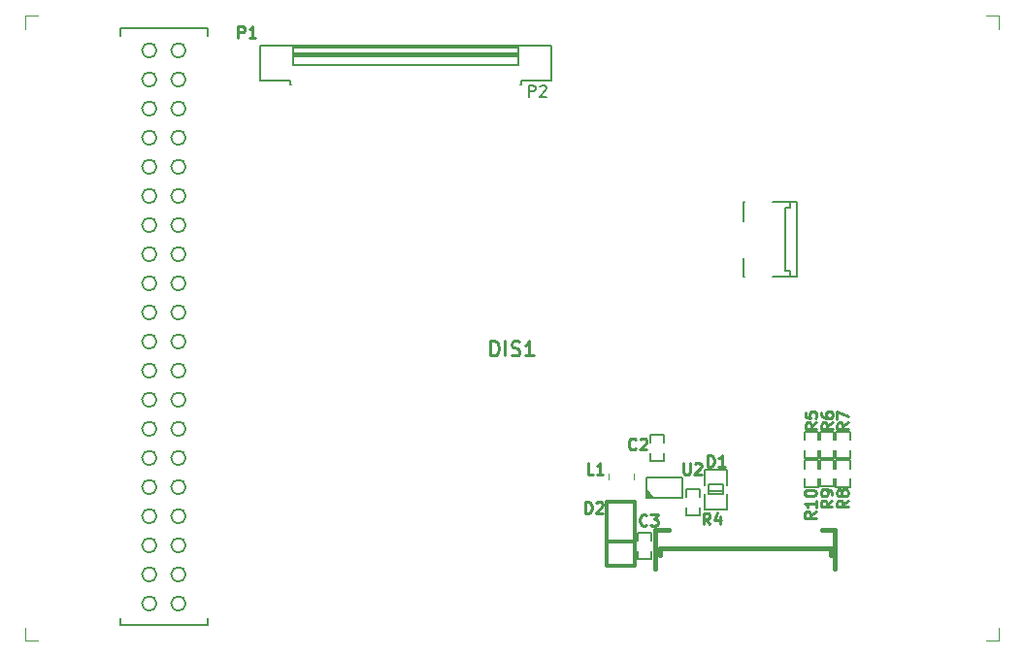
<source format=gbr>
%TF.GenerationSoftware,KiCad,Pcbnew,5.1.6-c6e7f7d~87~ubuntu20.04.1*%
%TF.CreationDate,2020-08-13T14:06:16+02:00*%
%TF.ProjectId,maithoga_lcd_board_480x320_R61529,6d616974-686f-4676-915f-6c63645f626f,V1.0*%
%TF.SameCoordinates,Original*%
%TF.FileFunction,Legend,Top*%
%TF.FilePolarity,Positive*%
%FSLAX46Y46*%
G04 Gerber Fmt 4.6, Leading zero omitted, Abs format (unit mm)*
G04 Created by KiCad (PCBNEW 5.1.6-c6e7f7d~87~ubuntu20.04.1) date 2020-08-13 14:06:16*
%MOMM*%
%LPD*%
G01*
G04 APERTURE LIST*
%ADD10C,0.381000*%
%ADD11C,0.120000*%
%ADD12C,0.150000*%
%ADD13C,0.127000*%
%ADD14C,0.305000*%
%ADD15C,0.254000*%
%ADD16C,0.250000*%
G04 APERTURE END LIST*
D10*
%TO.C,DIS1*%
X157905001Y-109010001D02*
X156755001Y-109010001D01*
X172045001Y-110609481D02*
X172045001Y-111230001D01*
X172045001Y-110609481D02*
X157165001Y-110609481D01*
X156755001Y-112419561D02*
X156755001Y-109009481D01*
X172455001Y-109009481D02*
X172455001Y-112419561D01*
X172455001Y-109009481D02*
X171305001Y-109008961D01*
X157165001Y-110609481D02*
X157165001Y-111230001D01*
D11*
X101790001Y-64160001D02*
X102940001Y-64160001D01*
X101790001Y-117510001D02*
X101790001Y-118660001D01*
X102940001Y-118660001D02*
X101790001Y-118660001D01*
X186740001Y-65310001D02*
X186740001Y-64160001D01*
X185590001Y-64160001D02*
X186740001Y-64160001D01*
X186740001Y-118660001D02*
X186740001Y-117510001D01*
X185590001Y-118660001D02*
X186740001Y-118660001D01*
X101790001Y-64160001D02*
X101790001Y-65310001D01*
D12*
X168540001Y-80915001D02*
X168090001Y-80915001D01*
X164565001Y-80415001D02*
X164480001Y-80415001D01*
X168540001Y-80415001D02*
X168540001Y-80915001D01*
X168540001Y-86415001D02*
X168090001Y-86415001D01*
X169140001Y-86915001D02*
X168540001Y-86915001D01*
X164480001Y-86915001D02*
X164480001Y-85265001D01*
X164480001Y-80415001D02*
X164480001Y-82065001D01*
X168540001Y-80415001D02*
X167005001Y-80415001D01*
X168540001Y-86915001D02*
X168540001Y-86415001D01*
X169140001Y-86915001D02*
X169140001Y-80415001D01*
X168540001Y-86915001D02*
X167025001Y-86915001D01*
X168090001Y-80915001D02*
X168090001Y-86415001D01*
X169140001Y-80415001D02*
X168540001Y-80415001D01*
X164565001Y-86915001D02*
X164480001Y-86915001D01*
D13*
%TO.C,D1*%
X163025360Y-107184660D02*
X161074640Y-107184660D01*
X161074640Y-107184660D02*
X161074640Y-105858780D01*
X163025360Y-107184660D02*
X163025360Y-105858780D01*
X163025360Y-103735340D02*
X163025360Y-105061220D01*
X161074640Y-103735340D02*
X161074640Y-105061220D01*
X163025360Y-103735340D02*
X161074640Y-103735340D01*
X162649440Y-105610800D02*
X161450560Y-105610800D01*
X162649440Y-105834320D02*
X162649440Y-105034220D01*
X162649440Y-105034220D02*
X161450560Y-105034220D01*
X161450560Y-105034220D02*
X161450560Y-105834320D01*
X161450560Y-105834320D02*
X162649440Y-105834320D01*
X162646900Y-105826700D02*
X161453100Y-105826700D01*
D12*
%TO.C,C2*%
X157505000Y-101415000D02*
X157505000Y-100715000D01*
X157505000Y-100715000D02*
X156305000Y-100715000D01*
X156305000Y-100715000D02*
X156305000Y-101415000D01*
X157505000Y-102315000D02*
X157505000Y-103015000D01*
X157505000Y-103015000D02*
X156305000Y-103015000D01*
X156305000Y-103015000D02*
X156305000Y-102315000D01*
%TO.C,C3*%
X155235000Y-110840000D02*
X155235000Y-111540000D01*
X155235000Y-111540000D02*
X156435000Y-111540000D01*
X156435000Y-111540000D02*
X156435000Y-110840000D01*
X155235000Y-109940000D02*
X155235000Y-109240000D01*
X155235000Y-109240000D02*
X156435000Y-109240000D01*
X156435000Y-109240000D02*
X156435000Y-109940000D01*
D14*
%TO.C,D2*%
X154955000Y-109990000D02*
X152655000Y-109990000D01*
X154955000Y-112155000D02*
X154955000Y-106555000D01*
X154955000Y-106555000D02*
X152555000Y-106555000D01*
X152555000Y-106555000D02*
X152555000Y-112155000D01*
X152555000Y-112155000D02*
X154955000Y-112155000D01*
D11*
%TO.C,L1*%
X152665000Y-104063748D02*
X152665000Y-104586252D01*
X154885000Y-104063748D02*
X154885000Y-104586252D01*
D12*
%TO.C,R4*%
X160620000Y-106130000D02*
X160620000Y-105430000D01*
X160620000Y-105430000D02*
X159420000Y-105430000D01*
X159420000Y-105430000D02*
X159420000Y-106130000D01*
X160620000Y-107030000D02*
X160620000Y-107730000D01*
X160620000Y-107730000D02*
X159420000Y-107730000D01*
X159420000Y-107730000D02*
X159420000Y-107030000D01*
%TO.C,U2*%
X156075000Y-105615000D02*
X156625000Y-106165000D01*
X156025000Y-105715000D02*
X156475000Y-106165000D01*
X156025000Y-105815000D02*
X156375000Y-106165000D01*
X156025000Y-105965000D02*
X156225000Y-106165000D01*
X159125000Y-104440000D02*
X156025000Y-104440000D01*
X156025000Y-104440000D02*
X156025000Y-106190000D01*
X156025000Y-106190000D02*
X159125000Y-106190000D01*
X159125000Y-106190000D02*
X159125000Y-104440000D01*
%TO.C,P2*%
X147380000Y-69760000D02*
X145080000Y-69760000D01*
X145080000Y-69760000D02*
X145080000Y-70160000D01*
X145080000Y-70160000D02*
X144980000Y-70160000D01*
X124980000Y-70160000D02*
X124880000Y-70160000D01*
X124880000Y-70160000D02*
X124880000Y-69760000D01*
X124880000Y-69760000D02*
X122580000Y-69760000D01*
X147680000Y-69760000D02*
X147680000Y-66960000D01*
X144780000Y-66960000D02*
X144780000Y-67660000D01*
X122280000Y-66960000D02*
X122280000Y-69760000D01*
X125180000Y-67660000D02*
X125180000Y-66960000D01*
X125180000Y-67660000D02*
X144780000Y-67660000D01*
X144780000Y-67660000D02*
X144780000Y-68460000D01*
X144780000Y-68460000D02*
X125180000Y-68460000D01*
X125180000Y-68460000D02*
X125180000Y-67660000D01*
X144780000Y-67560000D02*
X125180000Y-67560000D01*
X125180000Y-67460000D02*
X144780000Y-67460000D01*
X144780000Y-66910000D02*
X125180000Y-66910000D01*
X122580000Y-69760000D02*
X122280000Y-69760000D01*
X122280000Y-66960000D02*
X122280000Y-66810000D01*
X122280000Y-66810000D02*
X122280000Y-66760000D01*
X122280000Y-66760000D02*
X147680000Y-66760000D01*
X147680000Y-66760000D02*
X147680000Y-66960000D01*
X144780000Y-67060000D02*
X144780000Y-66760000D01*
X125180000Y-67010000D02*
X125180000Y-66810000D01*
X147680000Y-69760000D02*
X147380000Y-69760000D01*
%TO.C,P1*%
X115800000Y-72240000D02*
G75*
G03*
X115800000Y-72240000I-635000J0D01*
G01*
X115800000Y-74780000D02*
G75*
G03*
X115800000Y-74780000I-635000J0D01*
G01*
X115800000Y-77320000D02*
G75*
G03*
X115800000Y-77320000I-635000J0D01*
G01*
X115800000Y-79860000D02*
G75*
G03*
X115800000Y-79860000I-635000J0D01*
G01*
X115800000Y-67160000D02*
G75*
G03*
X115800000Y-67160000I-635000J0D01*
G01*
X115800000Y-69700000D02*
G75*
G03*
X115800000Y-69700000I-635000J0D01*
G01*
X115800000Y-115420000D02*
G75*
G03*
X115800000Y-115420000I-635000J0D01*
G01*
X115800000Y-112880000D02*
G75*
G03*
X115800000Y-112880000I-635000J0D01*
G01*
X115800000Y-110340000D02*
G75*
G03*
X115800000Y-110340000I-635000J0D01*
G01*
X115800000Y-97640000D02*
G75*
G03*
X115800000Y-97640000I-635000J0D01*
G01*
X115800000Y-95100000D02*
G75*
G03*
X115800000Y-95100000I-635000J0D01*
G01*
X115800000Y-107800000D02*
G75*
G03*
X115800000Y-107800000I-635000J0D01*
G01*
X115800000Y-105260000D02*
G75*
G03*
X115800000Y-105260000I-635000J0D01*
G01*
X115800000Y-102720000D02*
G75*
G03*
X115800000Y-102720000I-635000J0D01*
G01*
X115800000Y-100180000D02*
G75*
G03*
X115800000Y-100180000I-635000J0D01*
G01*
X115800000Y-82400000D02*
G75*
G03*
X115800000Y-82400000I-635000J0D01*
G01*
X115800000Y-84940000D02*
G75*
G03*
X115800000Y-84940000I-635000J0D01*
G01*
X115800000Y-87480000D02*
G75*
G03*
X115800000Y-87480000I-635000J0D01*
G01*
X115800000Y-92560000D02*
G75*
G03*
X115800000Y-92560000I-635000J0D01*
G01*
X115800000Y-90020000D02*
G75*
G03*
X115800000Y-90020000I-635000J0D01*
G01*
X113260000Y-115420000D02*
G75*
G03*
X113260000Y-115420000I-635000J0D01*
G01*
X113260000Y-112880000D02*
G75*
G03*
X113260000Y-112880000I-635000J0D01*
G01*
X113260000Y-110340000D02*
G75*
G03*
X113260000Y-110340000I-635000J0D01*
G01*
X113260000Y-107800000D02*
G75*
G03*
X113260000Y-107800000I-635000J0D01*
G01*
X113260000Y-105260000D02*
G75*
G03*
X113260000Y-105260000I-635000J0D01*
G01*
X113260000Y-102720000D02*
G75*
G03*
X113260000Y-102720000I-635000J0D01*
G01*
X113260000Y-100180000D02*
G75*
G03*
X113260000Y-100180000I-635000J0D01*
G01*
X113260000Y-97640000D02*
G75*
G03*
X113260000Y-97640000I-635000J0D01*
G01*
X113260000Y-95100000D02*
G75*
G03*
X113260000Y-95100000I-635000J0D01*
G01*
X113260000Y-92560000D02*
G75*
G03*
X113260000Y-92560000I-635000J0D01*
G01*
X113260000Y-90020000D02*
G75*
G03*
X113260000Y-90020000I-635000J0D01*
G01*
X113260000Y-87480000D02*
G75*
G03*
X113260000Y-87480000I-635000J0D01*
G01*
X113260000Y-84940000D02*
G75*
G03*
X113260000Y-84940000I-635000J0D01*
G01*
X113260000Y-82400000D02*
G75*
G03*
X113260000Y-82400000I-635000J0D01*
G01*
X113260000Y-79860000D02*
G75*
G03*
X113260000Y-79860000I-635000J0D01*
G01*
X113260000Y-77320000D02*
G75*
G03*
X113260000Y-77320000I-635000J0D01*
G01*
X113260000Y-74780000D02*
G75*
G03*
X113260000Y-74780000I-635000J0D01*
G01*
X113260000Y-72240000D02*
G75*
G03*
X113260000Y-72240000I-635000J0D01*
G01*
X113260000Y-69700000D02*
G75*
G03*
X113260000Y-69700000I-635000J0D01*
G01*
X113260000Y-67160000D02*
G75*
G03*
X113260000Y-67160000I-635000J0D01*
G01*
X110085000Y-65890000D02*
X110085000Y-65255000D01*
X110085000Y-65255000D02*
X117705000Y-65255000D01*
X117705000Y-65255000D02*
X117705000Y-65890000D01*
X110085000Y-116690000D02*
X110085000Y-117325000D01*
X110085000Y-117325000D02*
X117705000Y-117325000D01*
X117705000Y-117325000D02*
X117705000Y-116690000D01*
%TO.C,R5*%
X170970000Y-100450000D02*
X170970000Y-101150000D01*
X169770000Y-100450000D02*
X170970000Y-100450000D01*
X169770000Y-101150000D02*
X169770000Y-100450000D01*
X170970000Y-102750000D02*
X170970000Y-102050000D01*
X169770000Y-102750000D02*
X170970000Y-102750000D01*
X169770000Y-102050000D02*
X169770000Y-102750000D01*
%TO.C,R6*%
X171155000Y-102050000D02*
X171155000Y-102750000D01*
X171155000Y-102750000D02*
X172355000Y-102750000D01*
X172355000Y-102750000D02*
X172355000Y-102050000D01*
X171155000Y-101150000D02*
X171155000Y-100450000D01*
X171155000Y-100450000D02*
X172355000Y-100450000D01*
X172355000Y-100450000D02*
X172355000Y-101150000D01*
%TO.C,R7*%
X172540000Y-102050000D02*
X172540000Y-102750000D01*
X172540000Y-102750000D02*
X173740000Y-102750000D01*
X173740000Y-102750000D02*
X173740000Y-102050000D01*
X172540000Y-101150000D02*
X172540000Y-100450000D01*
X172540000Y-100450000D02*
X173740000Y-100450000D01*
X173740000Y-100450000D02*
X173740000Y-101150000D01*
%TO.C,R8*%
X173740000Y-102930000D02*
X173740000Y-103630000D01*
X172540000Y-102930000D02*
X173740000Y-102930000D01*
X172540000Y-103630000D02*
X172540000Y-102930000D01*
X173740000Y-105230000D02*
X173740000Y-104530000D01*
X172540000Y-105230000D02*
X173740000Y-105230000D01*
X172540000Y-104530000D02*
X172540000Y-105230000D01*
%TO.C,R9*%
X171155000Y-104525000D02*
X171155000Y-105225000D01*
X171155000Y-105225000D02*
X172355000Y-105225000D01*
X172355000Y-105225000D02*
X172355000Y-104525000D01*
X171155000Y-103625000D02*
X171155000Y-102925000D01*
X171155000Y-102925000D02*
X172355000Y-102925000D01*
X172355000Y-102925000D02*
X172355000Y-103625000D01*
%TO.C,R10*%
X170975000Y-102930000D02*
X170975000Y-103630000D01*
X169775000Y-102930000D02*
X170975000Y-102930000D01*
X169775000Y-103630000D02*
X169775000Y-102930000D01*
X170975000Y-105230000D02*
X170975000Y-104530000D01*
X169775000Y-105230000D02*
X170975000Y-105230000D01*
X169775000Y-104530000D02*
X169775000Y-105230000D01*
%TO.C,DIS1*%
D15*
X142390477Y-93774524D02*
X142390477Y-92504524D01*
X142692858Y-92504524D01*
X142874286Y-92565001D01*
X142995239Y-92685953D01*
X143055715Y-92806905D01*
X143116191Y-93048810D01*
X143116191Y-93230239D01*
X143055715Y-93472143D01*
X142995239Y-93593096D01*
X142874286Y-93714048D01*
X142692858Y-93774524D01*
X142390477Y-93774524D01*
X143660477Y-93774524D02*
X143660477Y-92504524D01*
X144204762Y-93714048D02*
X144386191Y-93774524D01*
X144688572Y-93774524D01*
X144809524Y-93714048D01*
X144870001Y-93653572D01*
X144930477Y-93532620D01*
X144930477Y-93411667D01*
X144870001Y-93290715D01*
X144809524Y-93230239D01*
X144688572Y-93169762D01*
X144446667Y-93109286D01*
X144325715Y-93048810D01*
X144265239Y-92988334D01*
X144204762Y-92867381D01*
X144204762Y-92746429D01*
X144265239Y-92625477D01*
X144325715Y-92565001D01*
X144446667Y-92504524D01*
X144749048Y-92504524D01*
X144930477Y-92565001D01*
X146140001Y-93774524D02*
X145414286Y-93774524D01*
X145777143Y-93774524D02*
X145777143Y-92504524D01*
X145656191Y-92685953D01*
X145535239Y-92806905D01*
X145414286Y-92867381D01*
%TO.C,D1*%
D16*
X161336904Y-103477380D02*
X161336904Y-102477380D01*
X161575000Y-102477380D01*
X161717857Y-102525000D01*
X161813095Y-102620238D01*
X161860714Y-102715476D01*
X161908333Y-102905952D01*
X161908333Y-103048809D01*
X161860714Y-103239285D01*
X161813095Y-103334523D01*
X161717857Y-103429761D01*
X161575000Y-103477380D01*
X161336904Y-103477380D01*
X162860714Y-103477380D02*
X162289285Y-103477380D01*
X162575000Y-103477380D02*
X162575000Y-102477380D01*
X162479761Y-102620238D01*
X162384523Y-102715476D01*
X162289285Y-102763095D01*
%TO.C,C2*%
X155063333Y-101912142D02*
X155015714Y-101959761D01*
X154872857Y-102007380D01*
X154777619Y-102007380D01*
X154634761Y-101959761D01*
X154539523Y-101864523D01*
X154491904Y-101769285D01*
X154444285Y-101578809D01*
X154444285Y-101435952D01*
X154491904Y-101245476D01*
X154539523Y-101150238D01*
X154634761Y-101055000D01*
X154777619Y-101007380D01*
X154872857Y-101007380D01*
X155015714Y-101055000D01*
X155063333Y-101102619D01*
X155444285Y-101102619D02*
X155491904Y-101055000D01*
X155587142Y-101007380D01*
X155825238Y-101007380D01*
X155920476Y-101055000D01*
X155968095Y-101102619D01*
X156015714Y-101197857D01*
X156015714Y-101293095D01*
X155968095Y-101435952D01*
X155396666Y-102007380D01*
X156015714Y-102007380D01*
%TO.C,C3*%
X156013333Y-108547142D02*
X155965714Y-108594761D01*
X155822857Y-108642380D01*
X155727619Y-108642380D01*
X155584761Y-108594761D01*
X155489523Y-108499523D01*
X155441904Y-108404285D01*
X155394285Y-108213809D01*
X155394285Y-108070952D01*
X155441904Y-107880476D01*
X155489523Y-107785238D01*
X155584761Y-107690000D01*
X155727619Y-107642380D01*
X155822857Y-107642380D01*
X155965714Y-107690000D01*
X156013333Y-107737619D01*
X156346666Y-107642380D02*
X156965714Y-107642380D01*
X156632380Y-108023333D01*
X156775238Y-108023333D01*
X156870476Y-108070952D01*
X156918095Y-108118571D01*
X156965714Y-108213809D01*
X156965714Y-108451904D01*
X156918095Y-108547142D01*
X156870476Y-108594761D01*
X156775238Y-108642380D01*
X156489523Y-108642380D01*
X156394285Y-108594761D01*
X156346666Y-108547142D01*
%TO.C,D2*%
X150661904Y-107552380D02*
X150661904Y-106552380D01*
X150900000Y-106552380D01*
X151042857Y-106600000D01*
X151138095Y-106695238D01*
X151185714Y-106790476D01*
X151233333Y-106980952D01*
X151233333Y-107123809D01*
X151185714Y-107314285D01*
X151138095Y-107409523D01*
X151042857Y-107504761D01*
X150900000Y-107552380D01*
X150661904Y-107552380D01*
X151614285Y-106647619D02*
X151661904Y-106600000D01*
X151757142Y-106552380D01*
X151995238Y-106552380D01*
X152090476Y-106600000D01*
X152138095Y-106647619D01*
X152185714Y-106742857D01*
X152185714Y-106838095D01*
X152138095Y-106980952D01*
X151566666Y-107552380D01*
X152185714Y-107552380D01*
%TO.C,L1*%
X151358333Y-104162380D02*
X150882142Y-104162380D01*
X150882142Y-103162380D01*
X152215476Y-104162380D02*
X151644047Y-104162380D01*
X151929761Y-104162380D02*
X151929761Y-103162380D01*
X151834523Y-103305238D01*
X151739285Y-103400476D01*
X151644047Y-103448095D01*
%TO.C,R4*%
X161528333Y-108517380D02*
X161195000Y-108041190D01*
X160956904Y-108517380D02*
X160956904Y-107517380D01*
X161337857Y-107517380D01*
X161433095Y-107565000D01*
X161480714Y-107612619D01*
X161528333Y-107707857D01*
X161528333Y-107850714D01*
X161480714Y-107945952D01*
X161433095Y-107993571D01*
X161337857Y-108041190D01*
X160956904Y-108041190D01*
X162385476Y-107850714D02*
X162385476Y-108517380D01*
X162147380Y-107469761D02*
X161909285Y-108184047D01*
X162528333Y-108184047D01*
%TO.C,U2*%
X159208095Y-103157380D02*
X159208095Y-103966904D01*
X159255714Y-104062142D01*
X159303333Y-104109761D01*
X159398571Y-104157380D01*
X159589047Y-104157380D01*
X159684285Y-104109761D01*
X159731904Y-104062142D01*
X159779523Y-103966904D01*
X159779523Y-103157380D01*
X160208095Y-103252619D02*
X160255714Y-103205000D01*
X160350952Y-103157380D01*
X160589047Y-103157380D01*
X160684285Y-103205000D01*
X160731904Y-103252619D01*
X160779523Y-103347857D01*
X160779523Y-103443095D01*
X160731904Y-103585952D01*
X160160476Y-104157380D01*
X160779523Y-104157380D01*
%TO.C,P2*%
D12*
X145731904Y-71227380D02*
X145731904Y-70227380D01*
X146112857Y-70227380D01*
X146208095Y-70275000D01*
X146255714Y-70322619D01*
X146303333Y-70417857D01*
X146303333Y-70560714D01*
X146255714Y-70655952D01*
X146208095Y-70703571D01*
X146112857Y-70751190D01*
X145731904Y-70751190D01*
X146684285Y-70322619D02*
X146731904Y-70275000D01*
X146827142Y-70227380D01*
X147065238Y-70227380D01*
X147160476Y-70275000D01*
X147208095Y-70322619D01*
X147255714Y-70417857D01*
X147255714Y-70513095D01*
X147208095Y-70655952D01*
X146636666Y-71227380D01*
X147255714Y-71227380D01*
%TO.C,P1*%
D16*
X120386904Y-66052380D02*
X120386904Y-65052380D01*
X120767857Y-65052380D01*
X120863095Y-65100000D01*
X120910714Y-65147619D01*
X120958333Y-65242857D01*
X120958333Y-65385714D01*
X120910714Y-65480952D01*
X120863095Y-65528571D01*
X120767857Y-65576190D01*
X120386904Y-65576190D01*
X121910714Y-66052380D02*
X121339285Y-66052380D01*
X121625000Y-66052380D02*
X121625000Y-65052380D01*
X121529761Y-65195238D01*
X121434523Y-65290476D01*
X121339285Y-65338095D01*
%TO.C,R5*%
X170842380Y-99631666D02*
X170366190Y-99965000D01*
X170842380Y-100203095D02*
X169842380Y-100203095D01*
X169842380Y-99822142D01*
X169890000Y-99726904D01*
X169937619Y-99679285D01*
X170032857Y-99631666D01*
X170175714Y-99631666D01*
X170270952Y-99679285D01*
X170318571Y-99726904D01*
X170366190Y-99822142D01*
X170366190Y-100203095D01*
X169842380Y-98726904D02*
X169842380Y-99203095D01*
X170318571Y-99250714D01*
X170270952Y-99203095D01*
X170223333Y-99107857D01*
X170223333Y-98869761D01*
X170270952Y-98774523D01*
X170318571Y-98726904D01*
X170413809Y-98679285D01*
X170651904Y-98679285D01*
X170747142Y-98726904D01*
X170794761Y-98774523D01*
X170842380Y-98869761D01*
X170842380Y-99107857D01*
X170794761Y-99203095D01*
X170747142Y-99250714D01*
%TO.C,R6*%
X172247380Y-99631666D02*
X171771190Y-99965000D01*
X172247380Y-100203095D02*
X171247380Y-100203095D01*
X171247380Y-99822142D01*
X171295000Y-99726904D01*
X171342619Y-99679285D01*
X171437857Y-99631666D01*
X171580714Y-99631666D01*
X171675952Y-99679285D01*
X171723571Y-99726904D01*
X171771190Y-99822142D01*
X171771190Y-100203095D01*
X171247380Y-98774523D02*
X171247380Y-98965000D01*
X171295000Y-99060238D01*
X171342619Y-99107857D01*
X171485476Y-99203095D01*
X171675952Y-99250714D01*
X172056904Y-99250714D01*
X172152142Y-99203095D01*
X172199761Y-99155476D01*
X172247380Y-99060238D01*
X172247380Y-98869761D01*
X172199761Y-98774523D01*
X172152142Y-98726904D01*
X172056904Y-98679285D01*
X171818809Y-98679285D01*
X171723571Y-98726904D01*
X171675952Y-98774523D01*
X171628333Y-98869761D01*
X171628333Y-99060238D01*
X171675952Y-99155476D01*
X171723571Y-99203095D01*
X171818809Y-99250714D01*
%TO.C,R7*%
X173607380Y-99636666D02*
X173131190Y-99970000D01*
X173607380Y-100208095D02*
X172607380Y-100208095D01*
X172607380Y-99827142D01*
X172655000Y-99731904D01*
X172702619Y-99684285D01*
X172797857Y-99636666D01*
X172940714Y-99636666D01*
X173035952Y-99684285D01*
X173083571Y-99731904D01*
X173131190Y-99827142D01*
X173131190Y-100208095D01*
X172607380Y-99303333D02*
X172607380Y-98636666D01*
X173607380Y-99065238D01*
%TO.C,R8*%
X173587380Y-106426666D02*
X173111190Y-106760000D01*
X173587380Y-106998095D02*
X172587380Y-106998095D01*
X172587380Y-106617142D01*
X172635000Y-106521904D01*
X172682619Y-106474285D01*
X172777857Y-106426666D01*
X172920714Y-106426666D01*
X173015952Y-106474285D01*
X173063571Y-106521904D01*
X173111190Y-106617142D01*
X173111190Y-106998095D01*
X173015952Y-105855238D02*
X172968333Y-105950476D01*
X172920714Y-105998095D01*
X172825476Y-106045714D01*
X172777857Y-106045714D01*
X172682619Y-105998095D01*
X172635000Y-105950476D01*
X172587380Y-105855238D01*
X172587380Y-105664761D01*
X172635000Y-105569523D01*
X172682619Y-105521904D01*
X172777857Y-105474285D01*
X172825476Y-105474285D01*
X172920714Y-105521904D01*
X172968333Y-105569523D01*
X173015952Y-105664761D01*
X173015952Y-105855238D01*
X173063571Y-105950476D01*
X173111190Y-105998095D01*
X173206428Y-106045714D01*
X173396904Y-106045714D01*
X173492142Y-105998095D01*
X173539761Y-105950476D01*
X173587380Y-105855238D01*
X173587380Y-105664761D01*
X173539761Y-105569523D01*
X173492142Y-105521904D01*
X173396904Y-105474285D01*
X173206428Y-105474285D01*
X173111190Y-105521904D01*
X173063571Y-105569523D01*
X173015952Y-105664761D01*
%TO.C,R9*%
X172192380Y-106431666D02*
X171716190Y-106765000D01*
X172192380Y-107003095D02*
X171192380Y-107003095D01*
X171192380Y-106622142D01*
X171240000Y-106526904D01*
X171287619Y-106479285D01*
X171382857Y-106431666D01*
X171525714Y-106431666D01*
X171620952Y-106479285D01*
X171668571Y-106526904D01*
X171716190Y-106622142D01*
X171716190Y-107003095D01*
X172192380Y-105955476D02*
X172192380Y-105765000D01*
X172144761Y-105669761D01*
X172097142Y-105622142D01*
X171954285Y-105526904D01*
X171763809Y-105479285D01*
X171382857Y-105479285D01*
X171287619Y-105526904D01*
X171240000Y-105574523D01*
X171192380Y-105669761D01*
X171192380Y-105860238D01*
X171240000Y-105955476D01*
X171287619Y-106003095D01*
X171382857Y-106050714D01*
X171620952Y-106050714D01*
X171716190Y-106003095D01*
X171763809Y-105955476D01*
X171811428Y-105860238D01*
X171811428Y-105669761D01*
X171763809Y-105574523D01*
X171716190Y-105526904D01*
X171620952Y-105479285D01*
%TO.C,R10*%
X170777380Y-107392857D02*
X170301190Y-107726190D01*
X170777380Y-107964285D02*
X169777380Y-107964285D01*
X169777380Y-107583333D01*
X169825000Y-107488095D01*
X169872619Y-107440476D01*
X169967857Y-107392857D01*
X170110714Y-107392857D01*
X170205952Y-107440476D01*
X170253571Y-107488095D01*
X170301190Y-107583333D01*
X170301190Y-107964285D01*
X170777380Y-106440476D02*
X170777380Y-107011904D01*
X170777380Y-106726190D02*
X169777380Y-106726190D01*
X169920238Y-106821428D01*
X170015476Y-106916666D01*
X170063095Y-107011904D01*
X169777380Y-105821428D02*
X169777380Y-105726190D01*
X169825000Y-105630952D01*
X169872619Y-105583333D01*
X169967857Y-105535714D01*
X170158333Y-105488095D01*
X170396428Y-105488095D01*
X170586904Y-105535714D01*
X170682142Y-105583333D01*
X170729761Y-105630952D01*
X170777380Y-105726190D01*
X170777380Y-105821428D01*
X170729761Y-105916666D01*
X170682142Y-105964285D01*
X170586904Y-106011904D01*
X170396428Y-106059523D01*
X170158333Y-106059523D01*
X169967857Y-106011904D01*
X169872619Y-105964285D01*
X169825000Y-105916666D01*
X169777380Y-105821428D01*
%TD*%
M02*

</source>
